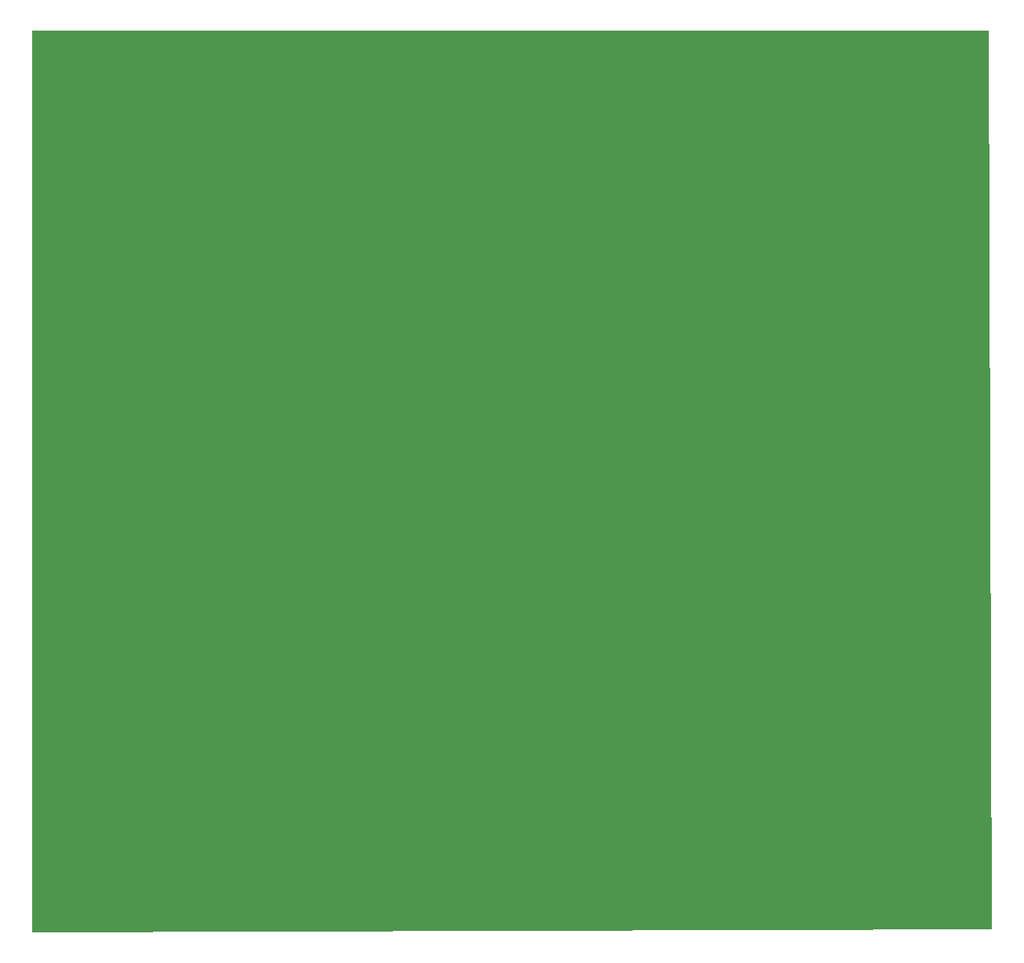
<source format=gbr>
G04 DipTrace 3.1.0.1*
G04 Top.gbr*
%MOIN*%
G04 #@! TF.FileFunction,Copper,L1,Top*
G04 #@! TF.Part,Single*
%AMOUTLINE0*
4,1,8,
0.019685,0.029528,
0.009843,0.03937,
-0.009843,0.03937,
-0.019685,0.029528,
-0.019685,-0.029528,
-0.009843,-0.03937,
0.009843,-0.03937,
0.019685,-0.029528,
0.019685,0.029528,
0*%
%AMOUTLINE3*
4,1,8,
0.029528,-0.019685,
0.03937,-0.009843,
0.03937,0.009843,
0.029528,0.019685,
-0.029528,0.019685,
-0.03937,0.009843,
-0.03937,-0.009843,
-0.029528,-0.019685,
0.029528,-0.019685,
0*%
%AMOUTLINE6*
4,1,8,
-0.019685,-0.029528,
-0.009843,-0.03937,
0.009843,-0.03937,
0.019685,-0.029528,
0.019685,0.029528,
0.009843,0.03937,
-0.009843,0.03937,
-0.019685,0.029528,
-0.019685,-0.029528,
0*%
G04 #@! TA.AperFunction,Conductor*
%ADD13C,0.006*%
G04 #@! TA.AperFunction,ComponentPad*
%ADD14R,0.074803X0.074803*%
%ADD15C,0.074803*%
%ADD16C,0.07*%
%ADD17C,0.07*%
%ADD18R,0.059055X0.059055*%
%ADD19C,0.059055*%
%ADD20C,0.062992*%
%ADD21R,0.062992X0.062992*%
%ADD22R,0.07X0.07*%
%ADD23R,0.066929X0.066929*%
%ADD24C,0.066929*%
%ADD25R,0.122047X0.122047*%
%ADD26C,0.122047*%
%ADD27O,0.03937X0.07874*%
%ADD28O,0.07874X0.03937*%
%ADD69OUTLINE0*%
%ADD72OUTLINE3*%
%ADD75OUTLINE6*%
%FSLAX26Y26*%
G04*
G70*
G90*
G75*
G01*
G04 Top*
%LPD*%
X719000Y3544000D2*
D13*
X981500D1*
X1206500Y3319000D1*
X4312493Y2525500D2*
X4080993Y2294000D1*
X3869000D1*
X2656501Y1244000D2*
X2356000D1*
X2344000Y1232000D1*
Y944000D1*
X2662406Y1654335D2*
X2797102Y1789031D1*
X3270528D1*
X3282528Y1801031D1*
X3294528Y1789031D1*
X3501531D1*
X3544000Y1831500D1*
X4312493Y3275500D2*
X4174993Y3413000D1*
X3837493D1*
X2706500Y3381500D2*
X2944000D1*
X3056500Y3269000D1*
Y3169000D1*
X1856500Y1896362D2*
Y2057000D1*
X1844500Y2069000D1*
X1657000D1*
X1644500Y2056500D1*
X1081500D1*
X3244000Y2031500D2*
X3282528Y1992972D1*
Y1801031D1*
X2494000Y4119000D2*
X2569000Y4194000D1*
X3006500D1*
X3081500Y4119000D1*
X1869000D2*
X1915000Y4165000D1*
X2148000D1*
X2194000Y4119000D1*
X3744000D2*
X3790000Y4165000D1*
X4010500D1*
X4056500Y4119000D1*
X2131500Y2069000D2*
X1868500D1*
X1856500Y2057000D1*
X3244000Y2131500D2*
X3106500D1*
X3006500Y2031500D1*
X906500Y3019000D2*
X1006500D1*
X1644500Y2056500D2*
X1656500Y2044500D1*
Y2006500D1*
X3231500Y3169000D2*
X3331500D1*
X3531500Y2969000D1*
X3056500Y3169000D2*
X3231500D1*
X3081500Y4119000D2*
X3127500Y4073000D1*
X3348000D1*
X3406500Y4131500D1*
X1606500Y1419000D2*
Y1056500D1*
X1206500D1*
Y1031500D1*
X1594000Y2456500D2*
Y2168500D1*
X1582000Y2156500D1*
X1081500D1*
X781500Y2381500D2*
X858944D1*
X883944Y2406500D1*
X1081500D1*
X4219000Y1844000D2*
X4031500Y2031500D1*
X3994000D1*
X856500Y1281500D2*
X1119000D1*
X1206500Y1369000D1*
X3699993Y3175500D2*
X3593886D1*
X3587386Y3169000D1*
X3531500D1*
X3331500Y3369000D1*
X3231500D1*
X3699993Y2850500D2*
X3656646D1*
X3638146Y2869000D1*
X3531500D1*
X3699993Y2675500D2*
X3606493Y2769000D1*
X3531500D1*
X2981500Y2356500D2*
Y2193000D1*
X2945000Y2156500D1*
X2531500D1*
X2444000Y2244000D1*
X3544000Y2031500D2*
X3694000D1*
Y1869000D2*
X3631500Y1931500D1*
X3544000D1*
X3694000Y1706500D2*
X3616429D1*
X3591429Y1731500D1*
X3544000D1*
X3694000Y1544000D2*
X3606500Y1631500D1*
X3544000D1*
X2556500Y3144000D2*
X2492657D1*
X2467657Y3169000D1*
X2406500D1*
X2206500Y3369000D1*
X2106500D1*
X2556500Y2981500D2*
X2469000Y3069000D1*
X2406500D1*
X2556500Y2819000D2*
X2506500Y2869000D1*
X2406500D1*
X2556500Y2656500D2*
Y2757000D1*
X2544500Y2769000D1*
X2406500D1*
X2394000Y4119000D2*
X1956500Y3681500D1*
X1219000D1*
X1156500Y3744000D1*
X1444000Y4106500D2*
X1192537Y3855037D1*
X1105037D1*
X994000Y3744000D1*
X2094000Y4119000D2*
X1719000Y3744000D1*
X1494000D1*
X2456500Y1394000D2*
X2502500Y1348000D1*
X2952501D1*
X3056501Y1244000D1*
X3044000Y3694000D2*
X3194000D1*
X3231500Y3656500D1*
X3431500Y619000D2*
X3281500Y469000D1*
X3156500D1*
X3256500Y944000D2*
X3137181Y824681D1*
X2526535D1*
X2514535Y812681D1*
Y656465D1*
X2387406Y529335D1*
X2824906D2*
X3269000D1*
Y856499D1*
X3356501Y944000D1*
X3531500Y3369000D2*
X3675500Y3513000D1*
X3837493D1*
X2881500Y2356500D2*
Y2308126D1*
X2869500Y2296126D1*
X2793500D1*
X2744000Y2345626D1*
Y2406500D1*
X2706500Y3481500D2*
X2519000D1*
X2406500Y3369000D1*
X3044000Y3794000D2*
X3179248D1*
X3191748Y3806500D1*
X3231500D1*
X3831500Y1031500D2*
X3144001D1*
X3056501Y944000D1*
X3244000Y1931500D2*
X3006500D1*
X1106500Y3019000D2*
X1156500Y3069000D1*
X1667138D1*
X1679138Y3057000D1*
Y2769000D1*
X3006500Y1931500D2*
X2589213D1*
X2351713Y2169000D1*
Y2314213D1*
X2444000Y2406500D1*
X3231500Y3069000D2*
X3056500D1*
X2131500Y2169000D2*
X2082000Y2218500D1*
X1856500D1*
X1844500Y2206500D1*
X1656500D1*
X2351713Y2169000D2*
X2131500D1*
X1856500Y2294000D2*
Y2218500D1*
X1919000Y3069000D2*
X1691138D1*
X1679138Y3057000D1*
X2106500Y3069000D2*
X1919000D1*
X3056500D2*
X2496281D1*
Y3107528D1*
X2145028D1*
X2106500Y3069000D1*
X3531500Y3656500D2*
X3444000Y3744000D1*
X3044000D1*
X2756500Y1394000D2*
X3550421D1*
X3725421Y1219000D1*
X3906500D1*
X1881500Y1306500D2*
X2031500Y1156500D1*
X2106500D1*
X3044000Y3744000D2*
X2983626D1*
X2896126Y3656500D1*
X989500D1*
X936000Y3710000D1*
Y3883764D1*
X688264Y4131500D1*
X644000D1*
X2744000Y2244000D2*
X2918500D1*
X2931500Y2231000D1*
Y2356500D1*
X2656500Y944000D2*
X2444000D1*
X936000Y3883764D2*
X1094500D1*
X1106500Y3895764D1*
Y4031500D1*
D14*
X1394000Y2456500D3*
D15*
X1494000D3*
X1594000D3*
D16*
X1656500Y2206500D3*
D17*
X1356500D3*
D16*
Y2006500D3*
D17*
X1656500D3*
D18*
X1281500Y2769000D3*
D19*
X1679138D3*
D20*
X1081500Y2056500D3*
D21*
Y2156500D3*
D18*
X1856500Y2294000D3*
D19*
Y1896362D3*
D20*
X2131500Y2069000D3*
D21*
Y2169000D3*
X1919000Y2481500D3*
D20*
X2019000D3*
D16*
X1081500Y2706500D3*
D17*
Y2406500D3*
D16*
X781500Y2381500D3*
D22*
Y2281500D3*
D14*
X1406500Y1419000D3*
D15*
X1506500D3*
X1606500D3*
D16*
X1706500Y1194000D3*
D17*
X1406500D3*
D16*
X1419000Y994000D3*
D17*
X1719000D3*
D18*
X1705319Y1756500D3*
D19*
X1307681D3*
D20*
X1206500Y1131500D3*
D21*
Y1031500D3*
D18*
X1881500Y1306500D3*
D19*
Y908862D3*
D20*
X2106500Y1056500D3*
D21*
Y1156500D3*
X1944000Y1519000D3*
D20*
X2044000D3*
D16*
X1206500Y1669000D3*
D17*
Y1369000D3*
D16*
X856500Y1281500D3*
D22*
Y1381500D3*
D23*
X806500Y1756500D3*
D24*
Y1856500D3*
D18*
X3231500Y3369000D3*
D19*
Y3269000D3*
Y3169000D3*
Y3069000D3*
Y2969000D3*
Y2869000D3*
Y2769000D3*
X3531500D3*
Y2869000D3*
Y2969000D3*
Y3069000D3*
Y3169000D3*
Y3269000D3*
Y3369000D3*
D16*
X3699993Y3175500D3*
D17*
X3999993D3*
D16*
X4212493Y3625500D3*
D22*
X4312493D3*
D16*
X3699993Y3013000D3*
D17*
X3999993D3*
D16*
X4212493Y2525500D3*
D22*
X4312493D3*
D16*
X3699993Y2850500D3*
D17*
X3999993D3*
D16*
X4212493Y3275500D3*
D22*
X4312493D3*
D16*
X3699993Y2675500D3*
D17*
X3999993D3*
D16*
X4212493Y2913000D3*
D22*
X4312493D3*
D20*
X3837493Y3413000D3*
D21*
Y3513000D3*
D20*
X3056500Y3069000D3*
D21*
Y3169000D3*
D18*
X3244000Y2231500D3*
D19*
Y2131500D3*
Y2031500D3*
Y1931500D3*
Y1831500D3*
Y1731500D3*
Y1631500D3*
X3544000D3*
Y1731500D3*
Y1831500D3*
Y1931500D3*
Y2031500D3*
Y2131500D3*
Y2231500D3*
D16*
X3694000Y2031500D3*
D17*
X3994000D3*
D16*
X4219000Y1844000D3*
D22*
X4319000D3*
D16*
X3694000Y1869000D3*
D17*
X3994000D3*
D16*
X4219000Y781500D3*
D22*
X4319000D3*
D16*
X3694000Y1706500D3*
D17*
X3994000D3*
D16*
X4219000Y1494000D3*
D22*
X4319000D3*
D16*
X3694000Y1544000D3*
D17*
X3994000D3*
D16*
X4219000Y1131500D3*
D22*
X4319000D3*
D20*
X3869000Y2294000D3*
D21*
Y2394000D3*
D20*
X3006500Y1931500D3*
D21*
Y2031500D3*
D18*
X2106500Y3369000D3*
D19*
Y3269000D3*
Y3169000D3*
Y3069000D3*
Y2969000D3*
Y2869000D3*
Y2769000D3*
X2406500D3*
Y2869000D3*
Y2969000D3*
Y3069000D3*
Y3169000D3*
Y3269000D3*
Y3369000D3*
D16*
X2556500Y3144000D3*
D17*
X2856500D3*
D16*
X2981500Y4119000D3*
D22*
X3081500D3*
D16*
X2556500Y2981500D3*
D17*
X2856500D3*
D16*
X3956500Y4119000D3*
D22*
X4056500D3*
D16*
X2556500Y2819000D3*
D17*
X2856500D3*
D16*
X3306500Y4131500D3*
D22*
X3406500D3*
D16*
X2556500Y2656500D3*
D17*
X2856500D3*
D16*
X3644000Y4119000D3*
D22*
X3744000D3*
D20*
X2706500Y3381500D3*
D21*
Y3481500D3*
D20*
X1919000Y3069000D3*
D21*
Y3169000D3*
D18*
X806500Y3019000D3*
D19*
X906500D3*
X1006500D3*
X1106500D3*
X1206500D3*
X1306500D3*
X1406500D3*
Y3319000D3*
X1306500D3*
X1206500D3*
X1106500D3*
X1006500D3*
X906500D3*
X806500D3*
D16*
X994000Y3444000D3*
D17*
Y3744000D3*
D16*
X1444000Y4106500D3*
D22*
X1544000D3*
D16*
X1156500Y3444000D3*
D17*
Y3744000D3*
D16*
X2394000Y4119000D3*
D22*
X2494000D3*
D16*
X1319000Y3444000D3*
D17*
Y3744000D3*
D16*
X1769000Y4119000D3*
D22*
X1869000D3*
D16*
X1494000Y3444000D3*
D17*
Y3744000D3*
D16*
X2094000Y4119000D3*
D22*
X2194000D3*
D20*
X719000Y3544000D3*
D21*
X619000D3*
D20*
X919000Y2794000D3*
D21*
X819000D3*
D18*
X2656500Y944000D3*
D19*
X2756500D3*
X2856500D3*
X2956500D3*
X3056501D3*
X3156501D3*
X3256500D3*
X3356501D3*
X3456501D3*
X3556500D3*
X2656501Y1244000D3*
X2756501D3*
X2856501D3*
X2956500D3*
X3056501D3*
X3156501D3*
X3256500D3*
X3356501D3*
X3456501D3*
X3556500D3*
D20*
X2444000Y944000D3*
D21*
X2344000D3*
D25*
X719000Y694000D3*
D26*
X904039D3*
X1089079D3*
D16*
X3156500Y469000D3*
D17*
Y769000D3*
D16*
X3431500Y619000D3*
D22*
X3331500D3*
D23*
X2131500Y706500D3*
D24*
Y529335D3*
X2387406D3*
Y706500D3*
D23*
X2569000D3*
D24*
Y529335D3*
X2824906D3*
Y706500D3*
D23*
X2662406Y1654335D3*
D24*
Y1831500D3*
X2406500D3*
Y1654335D3*
D16*
X2756500Y1394000D3*
D17*
X2456500D3*
D69*
X2981500Y2356500D3*
D27*
X2931500D3*
X2881500D3*
D16*
X2744000Y2244000D3*
D17*
X2444000D3*
D16*
Y2406500D3*
D17*
X2744000D3*
D72*
X3906500Y1169000D3*
D28*
Y1219000D3*
Y1269000D3*
D16*
X3831500Y1031500D3*
D17*
Y731500D3*
D16*
X3994000Y1031500D3*
D17*
Y731500D3*
D72*
X3044000Y3694000D3*
D28*
Y3744000D3*
Y3794000D3*
D16*
X3231500Y3656500D3*
D17*
X3531500D3*
D16*
Y3806500D3*
D17*
X3231500D3*
D75*
X1056500Y4031500D3*
D27*
X1106500D3*
X1156500D3*
D16*
X944000Y4131500D3*
D17*
X644000D3*
D16*
X944000Y3956500D3*
D17*
X644000D3*
G04 Bottom*
X1006500Y3019000D2*
D13*
X1045028Y3057528D1*
Y3532000D1*
X1033028Y3544000D1*
X719000D1*
X3531500Y2969000D2*
X3825492D1*
X3837493Y2981001D1*
Y3413000D1*
X2106500Y3269000D2*
Y3169000D1*
X1081500Y2056500D2*
X818500D1*
X806500Y2044500D1*
Y1856500D1*
X1856500Y1896362D2*
X2044000Y1708862D1*
Y1519000D1*
X2131500Y2069000D2*
X2019000Y2181500D1*
Y2481500D1*
X906500Y3019000D2*
Y2881500D1*
X819000Y2794000D1*
X2106500Y1056500D2*
Y977000D1*
X2131500Y952000D1*
Y706500D1*
X4312493Y3625500D2*
Y3275500D1*
X1869000Y4119000D2*
X1823000Y4165000D1*
X1602500D1*
X1544000Y4106500D1*
X2656501Y1244000D2*
Y1584913D1*
X2662406Y1590818D1*
Y1654335D1*
X2494000Y4119000D2*
X2431500Y4181500D1*
X2256500D1*
X2194000Y4119000D1*
X2131500Y706500D2*
X2313535D1*
X2356000Y748965D1*
X2526535D1*
X2569000Y706500D1*
X2106500Y3169000D2*
X2067972Y3130472D1*
X2031000D1*
X2019000Y3118472D1*
Y2942472D1*
X2031000Y2930472D1*
X2367972D1*
X2406500Y2969000D1*
X3244000Y2131500D2*
Y2031500D1*
X3231500Y3169000D2*
Y3269000D1*
X2106500Y977000D2*
X2094500Y965000D1*
X1893500D1*
X1864500Y994000D1*
X1719000D1*
X3744000Y4119000D2*
X3697500Y4165500D1*
X3440500D1*
X3406500Y4131500D1*
X3837493Y3413000D2*
X3744000Y3506493D1*
Y4119000D1*
X2406500Y2969000D2*
X2485463Y3047963D1*
Y3160463D1*
X2706500Y3381500D1*
X2031000Y3130472D2*
X1992472Y3169000D1*
X1919000D1*
X856500Y1381500D2*
X956500D1*
X1206500Y1131500D1*
X806500Y1856500D2*
X856500Y1806500D1*
Y1381500D1*
X2569000Y706500D2*
X2656500Y619000D1*
X3331500D1*
X2344000Y944000D2*
Y760965D1*
X2356000Y748965D1*
X1893500Y965000D2*
X1881500Y953000D1*
Y908862D1*
X2044000Y1519000D2*
Y1119000D1*
X2106500Y1056500D1*
X2019000Y2481500D2*
Y2918472D1*
X2031000Y2930472D1*
X781500Y2281500D2*
Y2192945D1*
X818500Y2155945D1*
Y2056500D1*
X819000Y2794000D2*
X856500D1*
Y2356500D1*
X781500Y2281500D1*
X4319000Y1131500D2*
Y781500D1*
Y1494000D2*
Y1131500D1*
Y1844000D2*
Y1494000D1*
X4312493Y2525500D2*
X4319000Y2518993D1*
Y1844000D1*
X4312493Y2913000D2*
Y2525500D1*
Y3275500D2*
Y2913000D1*
X1594000Y2456500D2*
X1705319Y2345181D1*
Y1756500D1*
X1206500Y1031500D2*
X1089079Y914079D1*
Y694000D1*
X1081500Y2156500D2*
X1281500Y2356500D1*
Y2769000D1*
X1705319Y1756500D2*
Y1517819D1*
X1606500Y1419000D1*
X4212493Y2525500D2*
X3965992D1*
X3953992Y2537500D1*
Y2966999D1*
X3999993Y3013000D1*
X4219000Y781500D2*
X4269000Y831500D1*
Y1770000D1*
X4241000Y1798000D1*
X4065000D1*
X3994000Y1869000D1*
X1356500Y2006500D2*
Y2206500D1*
X1394000Y2244000D1*
Y2456500D1*
X4212493Y3625500D2*
X3999993Y3413000D1*
Y3175500D1*
X4212493Y3275500D2*
Y3063000D1*
X3999993Y2850500D1*
X1406500Y1419000D2*
Y1194000D1*
Y1129642D1*
X1419000Y1117142D1*
Y994000D1*
X4212493Y2913000D2*
Y2687500D1*
X4200493Y2675500D1*
X3999993D1*
X4219000Y1494000D2*
Y1694500D1*
X4207000Y1706500D1*
X3994000D1*
X3699993Y3013000D2*
X3643993Y3069000D1*
X3531500D1*
X2981500Y2356500D2*
Y2142693D1*
X2910185Y2071378D1*
Y990315D1*
X2956500Y944000D1*
X4219000Y1131500D2*
X4069000Y1281500D1*
Y1544000D1*
X3994000D1*
X3544000Y2031500D2*
X3344000Y2231500D1*
X3244000D1*
X2856500Y2981500D2*
X2810500Y3027500D1*
Y3409996D1*
X2798500Y3421996D1*
X2666004D1*
X2654004Y3433996D1*
Y4177500D1*
X2683004Y4206500D1*
X3869000D1*
X3956500Y4119000D1*
X2856500Y3144000D2*
Y3994000D1*
X2981500Y4119000D1*
X3306500Y4131500D2*
Y3608556D1*
X3005472Y3307528D1*
Y2831000D1*
X2993472Y2819000D1*
X2856500D1*
X3644000Y4119000D2*
Y3844000D1*
X3425711Y3625711D1*
Y2668500D1*
X3413711Y2656500D1*
X2856500D1*
X1769000Y4119000D2*
X1530948Y3880948D1*
X1455948D1*
X1319000Y3744000D1*
X994000Y3444000D2*
Y3404248D1*
X1006500Y3391748D1*
Y3319000D1*
Y3219000D1*
X806500Y3019000D1*
X1156500Y3444000D2*
X1106500Y3394000D1*
Y3319000D1*
X1319000Y3444000D2*
Y3404252D1*
X1306500Y3391752D1*
Y3319000D1*
X1494000Y3444000D2*
X1418500D1*
X1406500Y3432000D1*
Y3319000D1*
X2456500Y1394000D2*
Y1781500D1*
X2406500Y1831500D1*
X3044000Y3694000D2*
X2980598D1*
X2968594Y3681996D1*
Y2878193D1*
X2956592Y2866190D1*
X2781500D1*
Y2533319D1*
X2844000D1*
Y1880068D1*
X2806500D1*
Y994000D1*
X2756500Y944000D1*
X3156500Y769000D2*
Y826996D1*
X3156501Y826997D1*
Y944000D1*
X904039Y694000D2*
X806500Y791539D1*
Y1756500D1*
X3531500Y3369000D2*
X3469433Y3306933D1*
Y2614661D1*
X3457430Y2602659D1*
X2893500D1*
X2881500Y2590659D1*
Y2356500D1*
X3869000Y2394000D2*
X3909496Y2353504D1*
Y2243500D1*
X3921496Y2231500D1*
Y1526689D1*
X4056500Y1391685D1*
Y1006500D1*
X4037000D1*
X4012000Y981500D1*
X3969000D1*
X3944000Y1006500D1*
Y1105140D1*
X3994000D1*
Y1269000D1*
X3906500D1*
X3969000Y981500D2*
X3954870Y967370D1*
Y770630D1*
X3994000Y731500D1*
X3909496Y2243500D2*
X3897496Y2231500D1*
X3544000D1*
X2706500Y3481500D2*
Y4141000D1*
X2747000Y4181500D1*
X3144000D1*
Y3834500D1*
X3103500Y3794000D1*
X3044000D1*
X1156500Y4031500D2*
Y3983130D1*
X1007205D1*
X983835Y4006500D1*
X694000D1*
X644000Y3956500D1*
X619000Y3544000D2*
Y3331000D1*
X631000Y3319000D1*
X806500D1*
X644000Y3956500D2*
Y3799319D1*
X619000Y3774319D1*
Y3544000D1*
X3831500Y1031500D2*
Y1157000D1*
X3843500Y1169000D1*
X3906500D1*
X944000Y4131500D2*
X995626Y4079874D1*
X1056500D1*
Y4031500D1*
X1071264D1*
Y4079874D1*
X1083264Y4091874D1*
X1233028D1*
X1245028Y4079874D1*
Y2893335D1*
X1257028Y2881335D1*
X1763144D1*
X1775146Y2869333D1*
Y1973839D1*
X1787147Y1961839D1*
X2599469D1*
X2611469Y1949839D1*
Y905472D1*
X2623469Y893472D1*
X2805972D1*
X2856500Y944000D1*
X3244000Y1931500D2*
X3347967Y1827533D1*
Y1423976D1*
X3359969Y1411975D1*
X3954870D1*
X4019000Y1347845D1*
Y1040500D1*
X3994000Y1065500D1*
Y1031500D1*
X3231500Y3069000D2*
X3348719Y3186219D1*
Y3794500D1*
X3360719Y3806500D1*
X3531500D1*
X919000Y2794000D2*
X1069500D1*
X1081500Y2782000D1*
X1106500Y2807000D1*
Y3019000D1*
X1656500Y2206500D2*
X1494000Y2369000D1*
Y2456500D1*
X1856500Y2294000D2*
X1919000Y2356500D1*
Y2481500D1*
X1081500Y2782000D2*
Y2706500D1*
X1106500Y3019000D2*
X1057028Y3068472D1*
Y3843472D1*
X944000Y3956500D1*
X1494000Y2456500D2*
Y2583862D1*
X1679138Y2769000D1*
X2656500Y944000D2*
X2695031Y982531D1*
Y1332531D1*
X2756500Y1394000D1*
X2106500Y1156500D2*
X2231500D1*
X2444000Y944000D1*
X1706500Y1194000D2*
X1769000D1*
X1881500Y1306500D1*
X3906500Y1219000D2*
X3797500D1*
X3785500Y1207000D1*
Y777500D1*
X3831500Y731500D1*
X1881500Y1306500D2*
X1944000Y1369000D1*
Y1519000D1*
X1506500Y1419000D2*
Y1482181D1*
X1307681Y1681000D1*
X1295681Y1669000D1*
X1206500D1*
X2744000Y2244000D2*
X2644000Y2344000D1*
Y2820504D1*
X2758996Y2935500D1*
X2915038D1*
X2927041Y2947503D1*
Y3732000D1*
X2939041Y3744000D1*
X3044000D1*
X2756500Y1394000D2*
Y2071815D1*
X2744000Y2084315D1*
Y2244000D1*
X1307681Y1681000D2*
Y1756500D1*
X1881500Y1306500D2*
X1619000D1*
X1506500Y1419000D1*
D14*
X1394000Y2456500D3*
D15*
X1494000D3*
X1594000D3*
D16*
X1656500Y2206500D3*
D17*
X1356500D3*
D16*
Y2006500D3*
D17*
X1656500D3*
D18*
X1281500Y2769000D3*
D19*
X1679138D3*
D20*
X1081500Y2056500D3*
D21*
Y2156500D3*
D18*
X1856500Y2294000D3*
D19*
Y1896362D3*
D20*
X2131500Y2069000D3*
D21*
Y2169000D3*
X1919000Y2481500D3*
D20*
X2019000D3*
D16*
X1081500Y2706500D3*
D17*
Y2406500D3*
D16*
X781500Y2381500D3*
D22*
Y2281500D3*
D14*
X1406500Y1419000D3*
D15*
X1506500D3*
X1606500D3*
D16*
X1706500Y1194000D3*
D17*
X1406500D3*
D16*
X1419000Y994000D3*
D17*
X1719000D3*
D18*
X1705319Y1756500D3*
D19*
X1307681D3*
D20*
X1206500Y1131500D3*
D21*
Y1031500D3*
D18*
X1881500Y1306500D3*
D19*
Y908862D3*
D20*
X2106500Y1056500D3*
D21*
Y1156500D3*
X1944000Y1519000D3*
D20*
X2044000D3*
D16*
X1206500Y1669000D3*
D17*
Y1369000D3*
D16*
X856500Y1281500D3*
D22*
Y1381500D3*
D23*
X806500Y1756500D3*
D24*
Y1856500D3*
D18*
X3231500Y3369000D3*
D19*
Y3269000D3*
Y3169000D3*
Y3069000D3*
Y2969000D3*
Y2869000D3*
Y2769000D3*
X3531500D3*
Y2869000D3*
Y2969000D3*
Y3069000D3*
Y3169000D3*
Y3269000D3*
Y3369000D3*
D16*
X3699993Y3175500D3*
D17*
X3999993D3*
D16*
X4212493Y3625500D3*
D22*
X4312493D3*
D16*
X3699993Y3013000D3*
D17*
X3999993D3*
D16*
X4212493Y2525500D3*
D22*
X4312493D3*
D16*
X3699993Y2850500D3*
D17*
X3999993D3*
D16*
X4212493Y3275500D3*
D22*
X4312493D3*
D16*
X3699993Y2675500D3*
D17*
X3999993D3*
D16*
X4212493Y2913000D3*
D22*
X4312493D3*
D20*
X3837493Y3413000D3*
D21*
Y3513000D3*
D20*
X3056500Y3069000D3*
D21*
Y3169000D3*
D18*
X3244000Y2231500D3*
D19*
Y2131500D3*
Y2031500D3*
Y1931500D3*
Y1831500D3*
Y1731500D3*
Y1631500D3*
X3544000D3*
Y1731500D3*
Y1831500D3*
Y1931500D3*
Y2031500D3*
Y2131500D3*
Y2231500D3*
D16*
X3694000Y2031500D3*
D17*
X3994000D3*
D16*
X4219000Y1844000D3*
D22*
X4319000D3*
D16*
X3694000Y1869000D3*
D17*
X3994000D3*
D16*
X4219000Y781500D3*
D22*
X4319000D3*
D16*
X3694000Y1706500D3*
D17*
X3994000D3*
D16*
X4219000Y1494000D3*
D22*
X4319000D3*
D16*
X3694000Y1544000D3*
D17*
X3994000D3*
D16*
X4219000Y1131500D3*
D22*
X4319000D3*
D20*
X3869000Y2294000D3*
D21*
Y2394000D3*
D20*
X3006500Y1931500D3*
D21*
Y2031500D3*
D18*
X2106500Y3369000D3*
D19*
Y3269000D3*
Y3169000D3*
Y3069000D3*
Y2969000D3*
Y2869000D3*
Y2769000D3*
X2406500D3*
Y2869000D3*
Y2969000D3*
Y3069000D3*
Y3169000D3*
Y3269000D3*
Y3369000D3*
D16*
X2556500Y3144000D3*
D17*
X2856500D3*
D16*
X2981500Y4119000D3*
D22*
X3081500D3*
D16*
X2556500Y2981500D3*
D17*
X2856500D3*
D16*
X3956500Y4119000D3*
D22*
X4056500D3*
D16*
X2556500Y2819000D3*
D17*
X2856500D3*
D16*
X3306500Y4131500D3*
D22*
X3406500D3*
D16*
X2556500Y2656500D3*
D17*
X2856500D3*
D16*
X3644000Y4119000D3*
D22*
X3744000D3*
D20*
X2706500Y3381500D3*
D21*
Y3481500D3*
D20*
X1919000Y3069000D3*
D21*
Y3169000D3*
D18*
X806500Y3019000D3*
D19*
X906500D3*
X1006500D3*
X1106500D3*
X1206500D3*
X1306500D3*
X1406500D3*
Y3319000D3*
X1306500D3*
X1206500D3*
X1106500D3*
X1006500D3*
X906500D3*
X806500D3*
D16*
X994000Y3444000D3*
D17*
Y3744000D3*
D16*
X1444000Y4106500D3*
D22*
X1544000D3*
D16*
X1156500Y3444000D3*
D17*
Y3744000D3*
D16*
X2394000Y4119000D3*
D22*
X2494000D3*
D16*
X1319000Y3444000D3*
D17*
Y3744000D3*
D16*
X1769000Y4119000D3*
D22*
X1869000D3*
D16*
X1494000Y3444000D3*
D17*
Y3744000D3*
D16*
X2094000Y4119000D3*
D22*
X2194000D3*
D20*
X719000Y3544000D3*
D21*
X619000D3*
D20*
X919000Y2794000D3*
D21*
X819000D3*
D18*
X2656500Y944000D3*
D19*
X2756500D3*
X2856500D3*
X2956500D3*
X3056501D3*
X3156501D3*
X3256500D3*
X3356501D3*
X3456501D3*
X3556500D3*
X2656501Y1244000D3*
X2756501D3*
X2856501D3*
X2956500D3*
X3056501D3*
X3156501D3*
X3256500D3*
X3356501D3*
X3456501D3*
X3556500D3*
D20*
X2444000Y944000D3*
D21*
X2344000D3*
D25*
X719000Y694000D3*
D26*
X904039D3*
X1089079D3*
D16*
X3156500Y469000D3*
D17*
Y769000D3*
D16*
X3431500Y619000D3*
D22*
X3331500D3*
D23*
X2131500Y706500D3*
D24*
Y529335D3*
X2387406D3*
Y706500D3*
D23*
X2569000D3*
D24*
Y529335D3*
X2824906D3*
Y706500D3*
D23*
X2662406Y1654335D3*
D24*
Y1831500D3*
X2406500D3*
Y1654335D3*
D16*
X2756500Y1394000D3*
D17*
X2456500D3*
D69*
X2981500Y2356500D3*
D27*
X2931500D3*
X2881500D3*
D16*
X2744000Y2244000D3*
D17*
X2444000D3*
D16*
Y2406500D3*
D17*
X2744000D3*
D72*
X3906500Y1169000D3*
D28*
Y1219000D3*
Y1269000D3*
D16*
X3831500Y1031500D3*
D17*
Y731500D3*
D16*
X3994000Y1031500D3*
D17*
Y731500D3*
D72*
X3044000Y3694000D3*
D28*
Y3744000D3*
Y3794000D3*
D16*
X3231500Y3656500D3*
D17*
X3531500D3*
D16*
Y3806500D3*
D17*
X3231500D3*
D75*
X1056500Y4031500D3*
D27*
X1106500D3*
X1156500D3*
D16*
X944000Y4131500D3*
D17*
X644000D3*
D16*
X944000Y3956500D3*
D17*
X644000D3*
G04 BoardPoly*
G36*
X394000Y4319000D2*
X4556500D1*
X4569000Y406500D1*
X394000Y394000D1*
Y2294000D1*
Y4319000D1*
G37*
M02*

</source>
